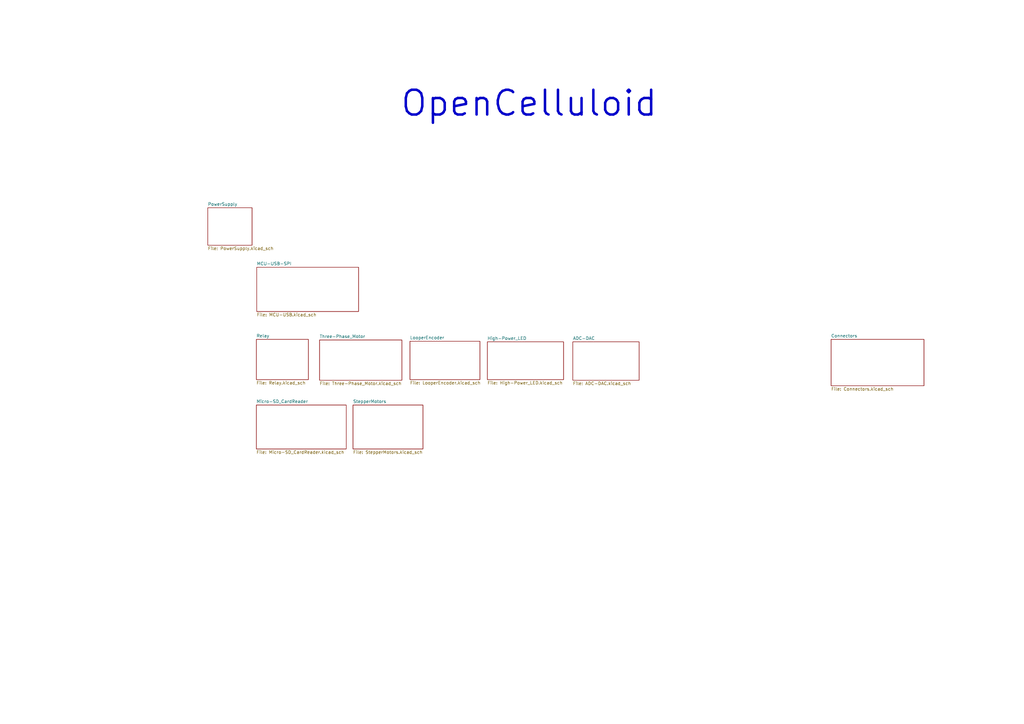
<source format=kicad_sch>
(kicad_sch (version 20211123) (generator eeschema)
  (paper "A3")
  (title_block (title "OpenCelluloid") (date "2023-02-16") (rev "v0.1") (company "Antonio Castles"))
  (lib_symbols)
  (text "OpenCelluloid" (at 163.83 48.514 0) (effects (font (size 10.16 10.16) (thickness 1.016) bold) (justify left bottom)))
  (sheet (at 131.064 139.446) (size 33.782 16.51) (stroke (width 0.1524))
    (property "Sheet name" "Three-Phase_Motor" (at 131.064 138.7344 0) (effects (justify left bottom)))
    (property "Sheet file" "Three-Phase_Motor.kicad_sch" (at 131.064 156.5406 0) (effects (justify left top)))
  )
  (sheet (at 340.868 139.192) (size 38.1 19.05) (stroke (width 0.1524))
    (property "Sheet name" "Connectors" (at 340.868 138.4804 0) (effects (justify left bottom)))
    (property "Sheet file" "Connectors.kicad_sch" (at 340.868 158.8266 0) (effects (justify left top)))
  )
  (sheet (at 168.148 139.954) (size 28.702 15.748) (stroke (width 0.1524))
    (property "Sheet name" "LooperEncoder" (at 168.148 139.2424 0) (effects (justify left bottom)))
    (property "Sheet file" "LooperEncoder.kicad_sch" (at 168.148 156.2866 0) (effects (justify left top)))
  )
  (sheet (at 105.156 139.192) (size 21.336 16.51) (stroke (width 0.1524))
    (property "Sheet name" "Relay" (at 105.156 138.4804 0) (effects (justify left bottom)))
    (property "Sheet file" "Relay.kicad_sch" (at 105.156 156.2866 0) (effects (justify left top)))
  )
  (sheet (at 234.95 140.208) (size 27.178 15.748) (stroke (width 0.1524))
    (property "Sheet name" "ADC-DAC" (at 234.95 139.4964 0) (effects (justify left bottom)))
    (property "Sheet file" "ADC-DAC.kicad_sch" (at 234.95 156.5406 0) (effects (justify left top)))
  )
  (sheet (at 105.283 109.601) (size 41.783 18.161) (stroke (width 0.1524))
    (property "Sheet name" "MCU-USB-SPI" (at 105.283 108.8894 0) (effects (justify left bottom)))
    (property "Sheet file" "MCU-USB.kicad_sch" (at 105.283 128.3466 0) (effects (justify left top)))
  )
  (sheet (at 105.156 166.116) (size 36.83 18.034) (stroke (width 0.1524))
    (property "Sheet name" "Micro-SD_CardReader" (at 105.156 165.4044 0) (effects (justify left bottom)))
    (property "Sheet file" "Micro-SD_CardReader.kicad_sch" (at 105.156 184.7346 0) (effects (justify left top)))
  )
  (sheet (at 144.78 166.116) (size 28.702 18.034) (stroke (width 0.1524))
    (property "Sheet name" "StepperMotors" (at 144.78 165.4044 0) (effects (justify left bottom)))
    (property "Sheet file" "StepperMotors.kicad_sch" (at 144.78 184.7346 0) (effects (justify left top)))
  )
  (sheet (at 199.898 140.208) (size 31.242 15.494) (stroke (width 0.1524))
    (property "Sheet name" "High-Power_LED" (at 199.898 139.4964 0) (effects (justify left bottom)))
    (property "Sheet file" "High-Power_LED.kicad_sch" (at 199.898 156.2866 0) (effects (justify left top)))
  )
  (sheet (at 85.2424 85.1916) (size 18.1356 15.3924) (stroke (width 0.1524))
    (property "Sheet name" "PowerSupply" (at 85.2424 84.48 0) (effects (justify left bottom)))
    (property "Sheet file" "PowerSupply.kicad_sch" (at 85.2424 101.1686 0) (effects (justify left top)))
  )
)
</source>
